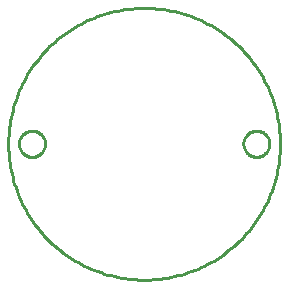
<source format=gbr>
G04 EAGLE Gerber RS-274X export*
G75*
%MOMM*%
%FSLAX34Y34*%
%LPD*%
%IN*%
%IPPOS*%
%AMOC8*
5,1,8,0,0,1.08239X$1,22.5*%
G01*
%ADD10C,0.254000*%


D10*
X115004Y-1506D02*
X115004Y1506D01*
X114926Y4515D01*
X114768Y7522D01*
X114532Y10524D01*
X114217Y13518D01*
X113824Y16504D01*
X113353Y19478D01*
X112804Y22438D01*
X112178Y25383D01*
X111475Y28311D01*
X110696Y31220D01*
X109841Y34107D01*
X108910Y36970D01*
X107905Y39808D01*
X106826Y42619D01*
X105674Y45401D01*
X104449Y48152D01*
X103153Y50869D01*
X101786Y53552D01*
X100349Y56198D01*
X98844Y58806D01*
X97271Y61373D01*
X95631Y63898D01*
X93925Y66380D01*
X92156Y68816D01*
X90323Y71205D01*
X88428Y73545D01*
X86472Y75834D01*
X84458Y78072D01*
X82385Y80256D01*
X80256Y82385D01*
X78072Y84458D01*
X75834Y86472D01*
X73545Y88428D01*
X71205Y90323D01*
X68816Y92156D01*
X66380Y93925D01*
X63898Y95631D01*
X61373Y97271D01*
X58806Y98844D01*
X56198Y100349D01*
X53552Y101786D01*
X50869Y103153D01*
X48152Y104449D01*
X45401Y105674D01*
X42619Y106826D01*
X39808Y107905D01*
X36970Y108910D01*
X34107Y109841D01*
X31220Y110696D01*
X28311Y111475D01*
X25383Y112178D01*
X22438Y112804D01*
X19478Y113353D01*
X16504Y113824D01*
X13518Y114217D01*
X10524Y114532D01*
X7522Y114768D01*
X4515Y114926D01*
X1506Y115004D01*
X-1506Y115004D01*
X-4515Y114926D01*
X-7522Y114768D01*
X-10524Y114532D01*
X-13518Y114217D01*
X-16504Y113824D01*
X-19478Y113353D01*
X-22438Y112804D01*
X-25383Y112178D01*
X-28311Y111475D01*
X-31220Y110696D01*
X-34107Y109841D01*
X-36970Y108910D01*
X-39808Y107905D01*
X-42619Y106826D01*
X-45401Y105674D01*
X-48152Y104449D01*
X-50869Y103153D01*
X-53552Y101786D01*
X-56198Y100349D01*
X-58806Y98844D01*
X-61373Y97271D01*
X-63898Y95631D01*
X-66380Y93925D01*
X-68816Y92156D01*
X-71205Y90323D01*
X-73545Y88428D01*
X-75834Y86472D01*
X-78072Y84458D01*
X-80256Y82385D01*
X-82385Y80256D01*
X-84458Y78072D01*
X-86472Y75834D01*
X-88428Y73545D01*
X-90323Y71205D01*
X-92156Y68816D01*
X-93925Y66380D01*
X-95631Y63898D01*
X-97271Y61373D01*
X-98844Y58806D01*
X-100349Y56198D01*
X-101786Y53552D01*
X-103153Y50869D01*
X-104449Y48152D01*
X-105674Y45401D01*
X-106826Y42619D01*
X-107905Y39808D01*
X-108910Y36970D01*
X-109841Y34107D01*
X-110696Y31220D01*
X-111475Y28311D01*
X-112178Y25383D01*
X-112804Y22438D01*
X-113353Y19478D01*
X-113824Y16504D01*
X-114217Y13518D01*
X-114532Y10524D01*
X-114768Y7522D01*
X-114926Y4515D01*
X-115004Y1506D01*
X-115004Y-1506D01*
X-114926Y-4515D01*
X-114768Y-7522D01*
X-114532Y-10524D01*
X-114217Y-13518D01*
X-113824Y-16504D01*
X-113353Y-19478D01*
X-112804Y-22438D01*
X-112178Y-25383D01*
X-111475Y-28311D01*
X-110696Y-31220D01*
X-109841Y-34107D01*
X-108910Y-36970D01*
X-107905Y-39808D01*
X-106826Y-42619D01*
X-105674Y-45401D01*
X-104449Y-48152D01*
X-103153Y-50869D01*
X-101786Y-53552D01*
X-100349Y-56198D01*
X-98844Y-58806D01*
X-97271Y-61373D01*
X-95631Y-63898D01*
X-93925Y-66380D01*
X-92156Y-68816D01*
X-90323Y-71205D01*
X-88428Y-73545D01*
X-86472Y-75834D01*
X-84458Y-78072D01*
X-82385Y-80256D01*
X-80256Y-82385D01*
X-78072Y-84458D01*
X-75834Y-86472D01*
X-73545Y-88428D01*
X-71205Y-90323D01*
X-68816Y-92156D01*
X-66380Y-93925D01*
X-63898Y-95631D01*
X-61373Y-97271D01*
X-58806Y-98844D01*
X-56198Y-100349D01*
X-53552Y-101786D01*
X-50869Y-103153D01*
X-48152Y-104449D01*
X-45401Y-105674D01*
X-42619Y-106826D01*
X-39808Y-107905D01*
X-36970Y-108910D01*
X-34107Y-109841D01*
X-31220Y-110696D01*
X-28311Y-111475D01*
X-25383Y-112178D01*
X-22438Y-112804D01*
X-19478Y-113353D01*
X-16504Y-113824D01*
X-13518Y-114217D01*
X-10524Y-114532D01*
X-7522Y-114768D01*
X-4515Y-114926D01*
X-1506Y-115004D01*
X1506Y-115004D01*
X4515Y-114926D01*
X7522Y-114768D01*
X10524Y-114532D01*
X13518Y-114217D01*
X16504Y-113824D01*
X19478Y-113353D01*
X22438Y-112804D01*
X25383Y-112178D01*
X28311Y-111475D01*
X31220Y-110696D01*
X34107Y-109841D01*
X36970Y-108910D01*
X39808Y-107905D01*
X42619Y-106826D01*
X45401Y-105674D01*
X48152Y-104449D01*
X50869Y-103153D01*
X53552Y-101786D01*
X56198Y-100349D01*
X58806Y-98844D01*
X61373Y-97271D01*
X63898Y-95631D01*
X66380Y-93925D01*
X68816Y-92156D01*
X71205Y-90323D01*
X73545Y-88428D01*
X75834Y-86472D01*
X78072Y-84458D01*
X80256Y-82385D01*
X82385Y-80256D01*
X84458Y-78072D01*
X86472Y-75834D01*
X88428Y-73545D01*
X90323Y-71205D01*
X92156Y-68816D01*
X93925Y-66380D01*
X95631Y-63898D01*
X97271Y-61373D01*
X98844Y-58806D01*
X100349Y-56198D01*
X101786Y-53552D01*
X103153Y-50869D01*
X104449Y-48152D01*
X105674Y-45401D01*
X106826Y-42619D01*
X107905Y-39808D01*
X108910Y-36970D01*
X109841Y-34107D01*
X110696Y-31220D01*
X111475Y-28311D01*
X112178Y-25383D01*
X112804Y-22438D01*
X113353Y-19478D01*
X113824Y-16504D01*
X114217Y-13518D01*
X114532Y-10524D01*
X114768Y-7522D01*
X114926Y-4515D01*
X115004Y-1506D01*
X106000Y-432D02*
X105932Y-1294D01*
X105797Y-2148D01*
X105595Y-2988D01*
X105328Y-3810D01*
X104997Y-4609D01*
X104605Y-5379D01*
X104153Y-6116D01*
X103645Y-6815D01*
X103084Y-7473D01*
X102473Y-8084D01*
X101815Y-8645D01*
X101116Y-9153D01*
X100379Y-9605D01*
X99609Y-9997D01*
X98810Y-10328D01*
X97988Y-10595D01*
X97148Y-10797D01*
X96294Y-10932D01*
X95432Y-11000D01*
X94568Y-11000D01*
X93706Y-10932D01*
X92852Y-10797D01*
X92012Y-10595D01*
X91190Y-10328D01*
X90391Y-9997D01*
X89621Y-9605D01*
X88884Y-9153D01*
X88185Y-8645D01*
X87527Y-8084D01*
X86916Y-7473D01*
X86355Y-6815D01*
X85847Y-6116D01*
X85395Y-5379D01*
X85003Y-4609D01*
X84672Y-3810D01*
X84405Y-2988D01*
X84203Y-2148D01*
X84068Y-1294D01*
X84000Y-432D01*
X84000Y432D01*
X84068Y1294D01*
X84203Y2148D01*
X84405Y2988D01*
X84672Y3810D01*
X85003Y4609D01*
X85395Y5379D01*
X85847Y6116D01*
X86355Y6815D01*
X86916Y7473D01*
X87527Y8084D01*
X88185Y8645D01*
X88884Y9153D01*
X89621Y9605D01*
X90391Y9997D01*
X91190Y10328D01*
X92012Y10595D01*
X92852Y10797D01*
X93706Y10932D01*
X94568Y11000D01*
X95432Y11000D01*
X96294Y10932D01*
X97148Y10797D01*
X97988Y10595D01*
X98810Y10328D01*
X99609Y9997D01*
X100379Y9605D01*
X101116Y9153D01*
X101815Y8645D01*
X102473Y8084D01*
X103084Y7473D01*
X103645Y6815D01*
X104153Y6116D01*
X104605Y5379D01*
X104997Y4609D01*
X105328Y3810D01*
X105595Y2988D01*
X105797Y2148D01*
X105932Y1294D01*
X106000Y432D01*
X106000Y-432D01*
X-84000Y-432D02*
X-84068Y-1294D01*
X-84203Y-2148D01*
X-84405Y-2988D01*
X-84672Y-3810D01*
X-85003Y-4609D01*
X-85395Y-5379D01*
X-85847Y-6116D01*
X-86355Y-6815D01*
X-86916Y-7473D01*
X-87527Y-8084D01*
X-88185Y-8645D01*
X-88884Y-9153D01*
X-89621Y-9605D01*
X-90391Y-9997D01*
X-91190Y-10328D01*
X-92012Y-10595D01*
X-92852Y-10797D01*
X-93706Y-10932D01*
X-94568Y-11000D01*
X-95432Y-11000D01*
X-96294Y-10932D01*
X-97148Y-10797D01*
X-97988Y-10595D01*
X-98810Y-10328D01*
X-99609Y-9997D01*
X-100379Y-9605D01*
X-101116Y-9153D01*
X-101815Y-8645D01*
X-102473Y-8084D01*
X-103084Y-7473D01*
X-103645Y-6815D01*
X-104153Y-6116D01*
X-104605Y-5379D01*
X-104997Y-4609D01*
X-105328Y-3810D01*
X-105595Y-2988D01*
X-105797Y-2148D01*
X-105932Y-1294D01*
X-106000Y-432D01*
X-106000Y432D01*
X-105932Y1294D01*
X-105797Y2148D01*
X-105595Y2988D01*
X-105328Y3810D01*
X-104997Y4609D01*
X-104605Y5379D01*
X-104153Y6116D01*
X-103645Y6815D01*
X-103084Y7473D01*
X-102473Y8084D01*
X-101815Y8645D01*
X-101116Y9153D01*
X-100379Y9605D01*
X-99609Y9997D01*
X-98810Y10328D01*
X-97988Y10595D01*
X-97148Y10797D01*
X-96294Y10932D01*
X-95432Y11000D01*
X-94568Y11000D01*
X-93706Y10932D01*
X-92852Y10797D01*
X-92012Y10595D01*
X-91190Y10328D01*
X-90391Y9997D01*
X-89621Y9605D01*
X-88884Y9153D01*
X-88185Y8645D01*
X-87527Y8084D01*
X-86916Y7473D01*
X-86355Y6815D01*
X-85847Y6116D01*
X-85395Y5379D01*
X-85003Y4609D01*
X-84672Y3810D01*
X-84405Y2988D01*
X-84203Y2148D01*
X-84068Y1294D01*
X-84000Y432D01*
X-84000Y-432D01*
M02*

</source>
